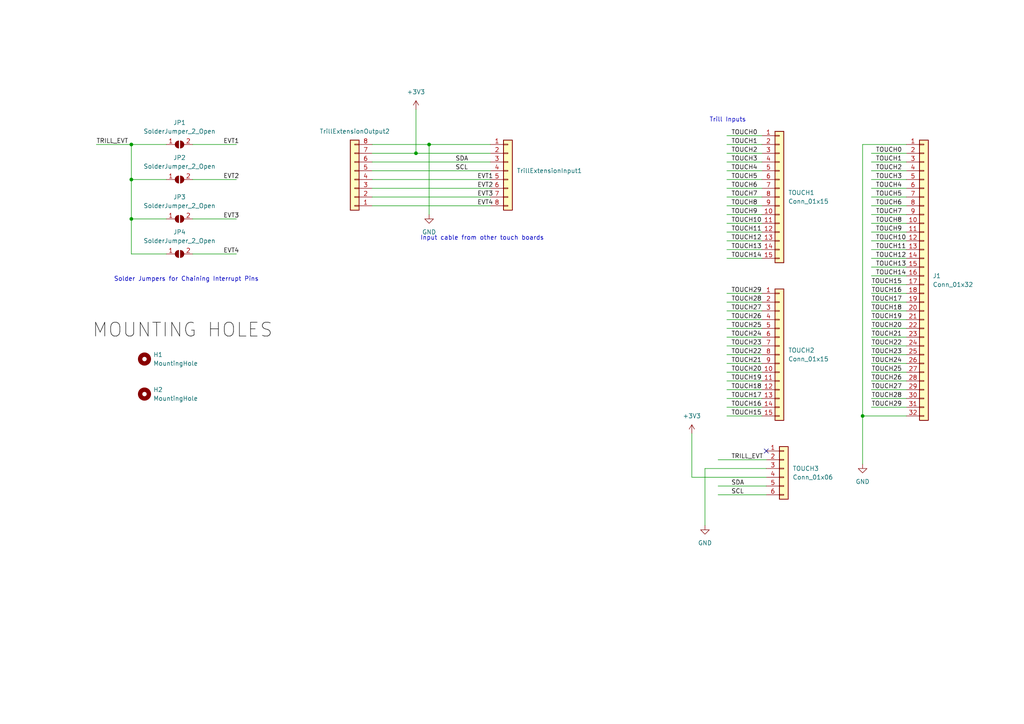
<source format=kicad_sch>
(kicad_sch (version 20230121) (generator eeschema)
  (paper "A4")
  (lib_symbols
    (symbol "Connector_Generic:Conn_01x06" (pin_names (offset 1.016) hide)
      (property "Reference" "J" (at 0 7.62 0))
      (property "Value" "Conn_01x06" (at 0 -10.16 0))
      (symbol "Conn_01x06_1_1"
        (rectangle (start -1.27 -7.493) (end 0 -7.747) (stroke (width 0.1524)))
        (rectangle (start -1.27 -4.953) (end 0 -5.207) (stroke (width 0.1524)))
        (rectangle (start -1.27 -2.413) (end 0 -2.667) (stroke (width 0.1524)))
        (rectangle (start -1.27 0.127) (end 0 -0.127) (stroke (width 0.1524)))
        (rectangle (start -1.27 2.667) (end 0 2.413) (stroke (width 0.1524)))
        (rectangle (start -1.27 5.207) (end 0 4.953) (stroke (width 0.1524)))
        (rectangle (start -1.27 6.35) (end 1.27 -8.89) (stroke (width 0.254)) (fill (type background)))
        (pin passive line (at -5.08 5.08 0) (length 3.81) (name "Pin_1") (number "1"))
        (pin passive line (at -5.08 2.54 0) (length 3.81) (name "Pin_2") (number "2"))
        (pin passive line (at -5.08 0 0) (length 3.81) (name "Pin_3") (number "3"))
        (pin passive line (at -5.08 -2.54 0) (length 3.81) (name "Pin_4") (number "4"))
        (pin passive line (at -5.08 -5.08 0) (length 3.81) (name "Pin_5") (number "5"))
        (pin passive line (at -5.08 -7.62 0) (length 3.81) (name "Pin_6") (number "6"))
      )
    )
    (symbol "Connector_Generic:Conn_01x08" (pin_names (offset 1.016) hide)
      (property "Reference" "J" (at 0 10.16 0))
      (property "Value" "Conn_01x08" (at 0 -12.7 0))
      (symbol "Conn_01x08_1_1"
        (rectangle (start -1.27 -10.033) (end 0 -10.287) (stroke (width 0.1524)))
        (rectangle (start -1.27 -7.493) (end 0 -7.747) (stroke (width 0.1524)))
        (rectangle (start -1.27 -4.953) (end 0 -5.207) (stroke (width 0.1524)))
        (rectangle (start -1.27 -2.413) (end 0 -2.667) (stroke (width 0.1524)))
        (rectangle (start -1.27 0.127) (end 0 -0.127) (stroke (width 0.1524)))
        (rectangle (start -1.27 2.667) (end 0 2.413) (stroke (width 0.1524)))
        (rectangle (start -1.27 5.207) (end 0 4.953) (stroke (width 0.1524)))
        (rectangle (start -1.27 7.747) (end 0 7.493) (stroke (width 0.1524)))
        (rectangle (start -1.27 8.89) (end 1.27 -11.43) (stroke (width 0.254)) (fill (type background)))
        (pin passive line (at -5.08 7.62 0) (length 3.81) (name "Pin_1") (number "1"))
        (pin passive line (at -5.08 5.08 0) (length 3.81) (name "Pin_2") (number "2"))
        (pin passive line (at -5.08 2.54 0) (length 3.81) (name "Pin_3") (number "3"))
        (pin passive line (at -5.08 0 0) (length 3.81) (name "Pin_4") (number "4"))
        (pin passive line (at -5.08 -2.54 0) (length 3.81) (name "Pin_5") (number "5"))
        (pin passive line (at -5.08 -5.08 0) (length 3.81) (name "Pin_6") (number "6"))
        (pin passive line (at -5.08 -7.62 0) (length 3.81) (name "Pin_7") (number "7"))
        (pin passive line (at -5.08 -10.16 0) (length 3.81) (name "Pin_8") (number "8"))
      )
    )
    (symbol "Connector_Generic:Conn_01x15" (pin_names (offset 1.016) hide)
      (property "Reference" "J" (at 0 20.32 0))
      (property "Value" "Conn_01x15" (at 0 -20.32 0))
      (symbol "Conn_01x15_1_1"
        (rectangle (start -1.27 -17.653) (end 0 -17.907) (stroke (width 0.1524)))
        (rectangle (start -1.27 -15.113) (end 0 -15.367) (stroke (width 0.1524)))
        (rectangle (start -1.27 -12.573) (end 0 -12.827) (stroke (width 0.1524)))
        (rectangle (start -1.27 -10.033) (end 0 -10.287) (stroke (width 0.1524)))
        (rectangle (start -1.27 -7.493) (end 0 -7.747) (stroke (width 0.1524)))
        (rectangle (start -1.27 -4.953) (end 0 -5.207) (stroke (width 0.1524)))
        (rectangle (start -1.27 -2.413) (end 0 -2.667) (stroke (width 0.1524)))
        (rectangle (start -1.27 0.127) (end 0 -0.127) (stroke (width 0.1524)))
        (rectangle (start -1.27 2.667) (end 0 2.413) (stroke (width 0.1524)))
        (rectangle (start -1.27 5.207) (end 0 4.953) (stroke (width 0.1524)))
        (rectangle (start -1.27 7.747) (end 0 7.493) (stroke (width 0.1524)))
        (rectangle (start -1.27 10.287) (end 0 10.033) (stroke (width 0.1524)))
        (rectangle (start -1.27 12.827) (end 0 12.573) (stroke (width 0.1524)))
        (rectangle (start -1.27 15.367) (end 0 15.113) (stroke (width 0.1524)))
        (rectangle (start -1.27 17.907) (end 0 17.653) (stroke (width 0.1524)))
        (rectangle (start -1.27 19.05) (end 1.27 -19.05) (stroke (width 0.254)) (fill (type background)))
        (pin passive line (at -5.08 17.78 0) (length 3.81) (name "Pin_1") (number "1"))
        (pin passive line (at -5.08 -5.08 0) (length 3.81) (name "Pin_10") (number "10"))
        (pin passive line (at -5.08 -7.62 0) (length 3.81) (name "Pin_11") (number "11"))
        (pin passive line (at -5.08 -10.16 0) (length 3.81) (name "Pin_12") (number "12"))
        (pin passive line (at -5.08 -12.7 0) (length 3.81) (name "Pin_13") (number "13"))
        (pin passive line (at -5.08 -15.24 0) (length 3.81) (name "Pin_14") (number "14"))
        (pin passive line (at -5.08 -17.78 0) (length 3.81) (name "Pin_15") (number "15"))
        (pin passive line (at -5.08 15.24 0) (length 3.81) (name "Pin_2") (number "2"))
        (pin passive line (at -5.08 12.7 0) (length 3.81) (name "Pin_3") (number "3"))
        (pin passive line (at -5.08 10.16 0) (length 3.81) (name "Pin_4") (number "4"))
        (pin passive line (at -5.08 7.62 0) (length 3.81) (name "Pin_5") (number "5"))
        (pin passive line (at -5.08 5.08 0) (length 3.81) (name "Pin_6") (number "6"))
        (pin passive line (at -5.08 2.54 0) (length 3.81) (name "Pin_7") (number "7"))
        (pin passive line (at -5.08 0 0) (length 3.81) (name "Pin_8") (number "8"))
        (pin passive line (at -5.08 -2.54 0) (length 3.81) (name "Pin_9") (number "9"))
      )
    )
    (symbol "Connector_Generic:Conn_01x32" (pin_names (offset 1.016) hide)
      (property "Reference" "J" (at 0 40.64 0))
      (property "Value" "Conn_01x32" (at 0 -43.18 0))
      (symbol "Conn_01x32_1_1"
        (rectangle (start -1.27 -40.513) (end 0 -40.767) (stroke (width 0.1524)))
        (rectangle (start -1.27 -37.973) (end 0 -38.227) (stroke (width 0.1524)))
        (rectangle (start -1.27 -35.433) (end 0 -35.687) (stroke (width 0.1524)))
        (rectangle (start -1.27 -32.893) (end 0 -33.147) (stroke (width 0.1524)))
        (rectangle (start -1.27 -30.353) (end 0 -30.607) (stroke (width 0.1524)))
        (rectangle (start -1.27 -27.813) (end 0 -28.067) (stroke (width 0.1524)))
        (rectangle (start -1.27 -25.273) (end 0 -25.527) (stroke (width 0.1524)))
        (rectangle (start -1.27 -22.733) (end 0 -22.987) (stroke (width 0.1524)))
        (rectangle (start -1.27 -20.193) (end 0 -20.447) (stroke (width 0.1524)))
        (rectangle (start -1.27 -17.653) (end 0 -17.907) (stroke (width 0.1524)))
        (rectangle (start -1.27 -15.113) (end 0 -15.367) (stroke (width 0.1524)))
        (rectangle (start -1.27 -12.573) (end 0 -12.827) (stroke (width 0.1524)))
        (rectangle (start -1.27 -10.033) (end 0 -10.287) (stroke (width 0.1524)))
        (rectangle (start -1.27 -7.493) (end 0 -7.747) (stroke (width 0.1524)))
        (rectangle (start -1.27 -4.953) (end 0 -5.207) (stroke (width 0.1524)))
        (rectangle (start -1.27 -2.413) (end 0 -2.667) (stroke (width 0.1524)))
        (rectangle (start -1.27 0.127) (end 0 -0.127) (stroke (width 0.1524)))
        (rectangle (start -1.27 2.667) (end 0 2.413) (stroke (width 0.1524)))
        (rectangle (start -1.27 5.207) (end 0 4.953) (stroke (width 0.1524)))
        (rectangle (start -1.27 7.747) (end 0 7.493) (stroke (width 0.1524)))
        (rectangle (start -1.27 10.287) (end 0 10.033) (stroke (width 0.1524)))
        (rectangle (start -1.27 12.827) (end 0 12.573) (stroke (width 0.1524)))
        (rectangle (start -1.27 15.367) (end 0 15.113) (stroke (width 0.1524)))
        (rectangle (start -1.27 17.907) (end 0 17.653) (stroke (width 0.1524)))
        (rectangle (start -1.27 20.447) (end 0 20.193) (stroke (width 0.1524)))
        (rectangle (start -1.27 22.987) (end 0 22.733) (stroke (width 0.1524)))
        (rectangle (start -1.27 25.527) (end 0 25.273) (stroke (width 0.1524)))
        (rectangle (start -1.27 28.067) (end 0 27.813) (stroke (width 0.1524)))
        (rectangle (start -1.27 30.607) (end 0 30.353) (stroke (width 0.1524)))
        (rectangle (start -1.27 33.147) (end 0 32.893) (stroke (width 0.1524)))
        (rectangle (start -1.27 35.687) (end 0 35.433) (stroke (width 0.1524)))
        (rectangle (start -1.27 38.227) (end 0 37.973) (stroke (width 0.1524)))
        (rectangle (start -1.27 39.37) (end 1.27 -41.91) (stroke (width 0.254)) (fill (type background)))
        (pin passive line (at -5.08 38.1 0) (length 3.81) (name "Pin_1") (number "1"))
        (pin passive line (at -5.08 15.24 0) (length 3.81) (name "Pin_10") (number "10"))
        (pin passive line (at -5.08 12.7 0) (length 3.81) (name "Pin_11") (number "11"))
        (pin passive line (at -5.08 10.16 0) (length 3.81) (name "Pin_12") (number "12"))
        (pin passive line (at -5.08 7.62 0) (length 3.81) (name "Pin_13") (number "13"))
        (pin passive line (at -5.08 5.08 0) (length 3.81) (name "Pin_14") (number "14"))
        (pin passive line (at -5.08 2.54 0) (length 3.81) (name "Pin_15") (number "15"))
        (pin passive line (at -5.08 0 0) (length 3.81) (name "Pin_16") (number "16"))
        (pin passive line (at -5.08 -2.54 0) (length 3.81) (name "Pin_17") (number "17"))
        (pin passive line (at -5.08 -5.08 0) (length 3.81) (name "Pin_18") (number "18"))
        (pin passive line (at -5.08 -7.62 0) (length 3.81) (name "Pin_19") (number "19"))
        (pin passive line (at -5.08 35.56 0) (length 3.81) (name "Pin_2") (number "2"))
        (pin passive line (at -5.08 -10.16 0) (length 3.81) (name "Pin_20") (number "20"))
        (pin passive line (at -5.08 -12.7 0) (length 3.81) (name "Pin_21") (number "21"))
        (pin passive line (at -5.08 -15.24 0) (length 3.81) (name "Pin_22") (number "22"))
        (pin passive line (at -5.08 -17.78 0) (length 3.81) (name "Pin_23") (number "23"))
        (pin passive line (at -5.08 -20.32 0) (length 3.81) (name "Pin_24") (number "24"))
        (pin passive line (at -5.08 -22.86 0) (length 3.81) (name "Pin_25") (number "25"))
        (pin passive line (at -5.08 -25.4 0) (length 3.81) (name "Pin_26") (number "26"))
        (pin passive line (at -5.08 -27.94 0) (length 3.81) (name "Pin_27") (number "27"))
        (pin passive line (at -5.08 -30.48 0) (length 3.81) (name "Pin_28") (number "28"))
        (pin passive line (at -5.08 -33.02 0) (length 3.81) (name "Pin_29") (number "29"))
        (pin passive line (at -5.08 33.02 0) (length 3.81) (name "Pin_3") (number "3"))
        (pin passive line (at -5.08 -35.56 0) (length 3.81) (name "Pin_30") (number "30"))
        (pin passive line (at -5.08 -38.1 0) (length 3.81) (name "Pin_31") (number "31"))
        (pin passive line (at -5.08 -40.64 0) (length 3.81) (name "Pin_32") (number "32"))
        (pin passive line (at -5.08 30.48 0) (length 3.81) (name "Pin_4") (number "4"))
        (pin passive line (at -5.08 27.94 0) (length 3.81) (name "Pin_5") (number "5"))
        (pin passive line (at -5.08 25.4 0) (length 3.81) (name "Pin_6") (number "6"))
        (pin passive line (at -5.08 22.86 0) (length 3.81) (name "Pin_7") (number "7"))
        (pin passive line (at -5.08 20.32 0) (length 3.81) (name "Pin_8") (number "8"))
        (pin passive line (at -5.08 17.78 0) (length 3.81) (name "Pin_9") (number "9"))
      )
    )
    (symbol "Jumper:SolderJumper_2_Open" (pin_names (offset 0) hide)
      (property "Reference" "JP" (at 0 2.032 0))
      (property "Value" "SolderJumper_2_Open" (at 0 -2.54 0))
      (symbol "SolderJumper_2_Open_0_1"
        (arc (start -0.254 1.016) (mid -1.2656 0) (end -0.254 -1.016))
        (arc (start -0.254 1.016) (mid -1.2656 0) (end -0.254 -1.016) (fill (type outline)))
        (polyline (pts (xy -0.254 1.016) (xy -0.254 -1.016)))
        (polyline (pts (xy 0.254 1.016) (xy 0.254 -1.016)))
        (arc (start 0.254 -1.016) (mid 1.2656 0) (end 0.254 1.016))
        (arc (start 0.254 -1.016) (mid 1.2656 0) (end 0.254 1.016) (fill (type outline)))
      )
      (symbol "SolderJumper_2_Open_1_1"
        (pin passive line (at -3.81 0 0) (length 2.54) (name "A") (number "1"))
        (pin passive line (at 3.81 0 180) (length 2.54) (name "B") (number "2"))
      )
    )
    (symbol "Mechanical:MountingHole" (pin_names (offset 1.016))
      (property "Reference" "H" (at 0 5.08 0))
      (property "Value" "MountingHole" (at 0 3.175 0))
      (symbol "MountingHole_0_1"
        (circle (center 0 0) (radius 1.27) (stroke (width 1.27)))
      )
    )
    (symbol "power:+3V3" (power) (pin_names (offset 0))
      (property "Value" "+3V3" (at 0 3.556 0))
      (symbol "+3V3_0_1"
        (polyline (pts (xy -0.762 1.27) (xy 0 2.54)))
        (polyline (pts (xy 0 0) (xy 0 2.54)))
        (polyline (pts (xy 0 2.54) (xy 0.762 1.27)))
      )
      (symbol "+3V3_1_1"
        (pin power_in line (at 0 0 90) (length 0) hide (name "+3V3") (number "1"))
      )
    )
    (symbol "power:GND" (power) (pin_names (offset 0))
      (property "Value" "GND" (at 0 -3.81 0))
      (symbol "GND_0_1"
        (polyline (pts (xy 0 0) (xy 0 -1.27) (xy 1.27 -1.27) (xy 0 -2.54) (xy -1.27 -1.27) (xy 0 -1.27)))
      )
      (symbol "GND_1_1"
        (pin power_in line (at 0 0 270) (length 0) hide (name "GND") (number "1"))
      )
    )
  )
  (junction (at 38.1 41.91))
  (junction (at 38.1 52.07))
  (junction (at 250.19 120.65))
  (junction (at 124.46 41.91))
  (junction (at 120.65 44.45))
  (junction (at 38.1 63.5))
  (no_connect (at 222.25 130.81))
  (wire (pts (xy 262.89 90.17) (xy 252.73 90.17)))
  (wire (pts (xy 252.73 80.01) (xy 262.89 80.01)))
  (wire (pts (xy 210.82 113.03) (xy 220.98 113.03)))
  (wire (pts (xy 252.73 44.45) (xy 262.89 44.45)))
  (wire (pts (xy 262.89 92.71) (xy 252.73 92.71)))
  (wire (pts (xy 262.89 115.57) (xy 252.73 115.57)))
  (wire (pts (xy 252.73 46.99) (xy 262.89 46.99)))
  (wire (pts (xy 48.26 63.5) (xy 38.1 63.5)))
  (wire (pts (xy 262.89 41.91) (xy 250.19 41.91)))
  (wire (pts (xy 252.73 52.07) (xy 262.89 52.07)))
  (wire (pts (xy 38.1 41.91) (xy 48.26 41.91)))
  (wire (pts (xy 262.89 113.03) (xy 252.73 113.03)))
  (wire (pts (xy 210.82 46.99) (xy 220.98 46.99)))
  (wire (pts (xy 107.95 52.07) (xy 142.24 52.07)))
  (wire (pts (xy 250.19 120.65) (xy 250.19 134.62)))
  (wire (pts (xy 107.95 41.91) (xy 124.46 41.91)))
  (wire (pts (xy 38.1 41.91) (xy 38.1 52.07)))
  (wire (pts (xy 262.89 100.33) (xy 252.73 100.33)))
  (wire (pts (xy 252.73 49.53) (xy 262.89 49.53)))
  (wire (pts (xy 210.82 41.91) (xy 220.98 41.91)))
  (wire (pts (xy 124.46 41.91) (xy 142.24 41.91)))
  (wire (pts (xy 200.66 125.73) (xy 200.66 138.43)))
  (wire (pts (xy 252.73 59.69) (xy 262.89 59.69)))
  (wire (pts (xy 252.73 57.15) (xy 262.89 57.15)))
  (wire (pts (xy 210.82 49.53) (xy 220.98 49.53)))
  (wire (pts (xy 210.82 105.41) (xy 220.98 105.41)))
  (wire (pts (xy 210.82 87.63) (xy 220.98 87.63)))
  (wire (pts (xy 48.26 73.66) (xy 38.1 73.66)))
  (wire (pts (xy 38.1 63.5) (xy 38.1 73.66)))
  (wire (pts (xy 252.73 54.61) (xy 262.89 54.61)))
  (wire (pts (xy 262.89 85.09) (xy 252.73 85.09)))
  (wire (pts (xy 210.82 64.77) (xy 220.98 64.77)))
  (wire (pts (xy 210.82 59.69) (xy 220.98 59.69)))
  (wire (pts (xy 27.94 41.91) (xy 38.1 41.91)))
  (wire (pts (xy 210.82 110.49) (xy 220.98 110.49)))
  (wire (pts (xy 210.82 92.71) (xy 220.98 92.71)))
  (wire (pts (xy 252.73 77.47) (xy 262.89 77.47)))
  (wire (pts (xy 120.65 31.75) (xy 120.65 44.45)))
  (wire (pts (xy 55.88 52.07) (xy 68.58 52.07)))
  (wire (pts (xy 252.73 62.23) (xy 262.89 62.23)))
  (wire (pts (xy 204.47 135.89) (xy 204.47 152.4)))
  (wire (pts (xy 262.89 97.79) (xy 252.73 97.79)))
  (wire (pts (xy 210.82 85.09) (xy 220.98 85.09)))
  (wire (pts (xy 107.95 44.45) (xy 120.65 44.45)))
  (wire (pts (xy 55.88 41.91) (xy 68.58 41.91)))
  (wire (pts (xy 208.28 140.97) (xy 222.25 140.97)))
  (wire (pts (xy 107.95 57.15) (xy 142.24 57.15)))
  (wire (pts (xy 262.89 110.49) (xy 252.73 110.49)))
  (wire (pts (xy 262.89 82.55) (xy 252.73 82.55)))
  (wire (pts (xy 38.1 52.07) (xy 38.1 63.5)))
  (wire (pts (xy 262.89 118.11) (xy 252.73 118.11)))
  (wire (pts (xy 262.89 107.95) (xy 252.73 107.95)))
  (wire (pts (xy 210.82 39.37) (xy 220.98 39.37)))
  (wire (pts (xy 48.26 52.07) (xy 38.1 52.07)))
  (wire (pts (xy 210.82 72.39) (xy 220.98 72.39)))
  (wire (pts (xy 250.19 41.91) (xy 250.19 120.65)))
  (wire (pts (xy 107.95 49.53) (xy 142.24 49.53)))
  (wire (pts (xy 262.89 102.87) (xy 252.73 102.87)))
  (wire (pts (xy 262.89 105.41) (xy 252.73 105.41)))
  (wire (pts (xy 210.82 118.11) (xy 220.98 118.11)))
  (wire (pts (xy 210.82 62.23) (xy 220.98 62.23)))
  (wire (pts (xy 208.28 133.35) (xy 222.25 133.35)))
  (wire (pts (xy 210.82 74.93) (xy 220.98 74.93)))
  (wire (pts (xy 55.88 73.66) (xy 68.58 73.66)))
  (wire (pts (xy 252.73 72.39) (xy 262.89 72.39)))
  (wire (pts (xy 210.82 102.87) (xy 220.98 102.87)))
  (wire (pts (xy 210.82 44.45) (xy 220.98 44.45)))
  (wire (pts (xy 210.82 69.85) (xy 220.98 69.85)))
  (wire (pts (xy 210.82 120.65) (xy 220.98 120.65)))
  (wire (pts (xy 252.73 67.31) (xy 262.89 67.31)))
  (wire (pts (xy 200.66 138.43) (xy 222.25 138.43)))
  (wire (pts (xy 210.82 67.31) (xy 220.98 67.31)))
  (wire (pts (xy 120.65 44.45) (xy 142.24 44.45)))
  (wire (pts (xy 210.82 115.57) (xy 220.98 115.57)))
  (wire (pts (xy 107.95 46.99) (xy 142.24 46.99)))
  (wire (pts (xy 55.88 63.5) (xy 68.58 63.5)))
  (wire (pts (xy 210.82 95.25) (xy 220.98 95.25)))
  (wire (pts (xy 107.95 54.61) (xy 142.24 54.61)))
  (wire (pts (xy 262.89 87.63) (xy 252.73 87.63)))
  (wire (pts (xy 204.47 135.89) (xy 222.25 135.89)))
  (wire (pts (xy 210.82 52.07) (xy 220.98 52.07)))
  (wire (pts (xy 210.82 100.33) (xy 220.98 100.33)))
  (wire (pts (xy 210.82 97.79) (xy 220.98 97.79)))
  (wire (pts (xy 208.28 143.51) (xy 222.25 143.51)))
  (wire (pts (xy 107.95 59.69) (xy 142.24 59.69)))
  (wire (pts (xy 252.73 74.93) (xy 262.89 74.93)))
  (wire (pts (xy 210.82 107.95) (xy 220.98 107.95)))
  (wire (pts (xy 252.73 64.77) (xy 262.89 64.77)))
  (wire (pts (xy 210.82 57.15) (xy 220.98 57.15)))
  (wire (pts (xy 124.46 41.91) (xy 124.46 62.23)))
  (wire (pts (xy 250.19 120.65) (xy 262.89 120.65)))
  (wire (pts (xy 252.73 69.85) (xy 262.89 69.85)))
  (wire (pts (xy 210.82 54.61) (xy 220.98 54.61)))
  (wire (pts (xy 262.89 95.25) (xy 252.73 95.25)))
  (wire (pts (xy 210.82 90.17) (xy 220.98 90.17)))
  (text "Trill Inputs" (at 205.74 35.56 0) (effects (font (size 1.27 1.27)) (justify left bottom)))
  (text "Input cable from other touch boards\n" (at 121.92 69.85 0) (effects (font (size 1.27 1.27)) (justify left bottom)))
  (text "Solder Jumpers for Chaining Interrupt Pins\n\n" (at 33.02 83.82 0) (effects (font (size 1.27 1.27)) (justify left bottom)))
  (label "SCL" (at 212.09 143.51 0))
  (label "TOUCH13" (at 254 77.47 0))
  (label "TOUCH0" (at 254 44.45 0))
  (label "SDA" (at 132.08 46.99 0))
  (label "TOUCH26" (at 212.09 92.71 0))
  (label "TOUCH15" (at 261.62 82.55 180))
  (label "TOUCH24" (at 212.09 97.79 0))
  (label "TRILL_EVT" (at 212.09 133.35 0))
  (label "TOUCH3" (at 212.09 46.99 0))
  (label "TOUCH19" (at 212.09 110.49 0))
  (label "TOUCH16" (at 212.09 118.11 0))
  (label "MOUNTING HOLES" (at 26.67 99.06 0) (effects (font (size 4 4))))
  (label "TOUCH4" (at 212.09 49.53 0))
  (label "TOUCH23" (at 212.09 100.33 0))
  (label "TOUCH4" (at 254 54.61 0))
  (label "TOUCH11" (at 254 72.39 0))
  (label "TOUCH11" (at 212.09 67.31 0))
  (label "TOUCH21" (at 212.09 105.41 0))
  (label "EVT4" (at 138.43 59.69 0))
  (label "TOUCH5" (at 212.09 52.07 0))
  (label "TOUCH6" (at 212.09 54.61 0))
  (label "EVT4" (at 64.77 73.66 0))
  (label "TOUCH2" (at 212.09 44.45 0))
  (label "TOUCH15" (at 212.09 120.65 0))
  (label "TOUCH7" (at 212.09 57.15 0))
  (label "TOUCH1" (at 212.09 41.91 0))
  (label "TOUCH14" (at 254 80.01 0))
  (label "TOUCH12" (at 212.09 69.85 0))
  (label "TOUCH23" (at 261.62 102.87 180))
  (label "TOUCH21" (at 261.62 97.79 180))
  (label "TOUCH9" (at 254 67.31 0))
  (label "TOUCH20" (at 212.09 107.95 0))
  (label "TOUCH7" (at 254 62.23 0))
  (label "TOUCH18" (at 261.62 90.17 180))
  (label "EVT3" (at 138.43 57.15 0))
  (label "TOUCH22" (at 261.62 100.33 180))
  (label "TOUCH26" (at 261.62 110.49 180))
  (label "TOUCH0" (at 212.09 39.37 0))
  (label "TOUCH19" (at 261.62 92.71 180))
  (label "EVT3" (at 64.77 63.5 0))
  (label "TOUCH28" (at 212.09 87.63 0))
  (label "TOUCH22" (at 212.09 102.87 0))
  (label "EVT1" (at 64.77 41.91 0))
  (label "TOUCH2" (at 254 49.53 0))
  (label "EVT1" (at 138.43 52.07 0))
  (label "TOUCH29" (at 261.62 118.11 180))
  (label "TOUCH25" (at 261.62 107.95 180))
  (label "EVT2" (at 138.43 54.61 0))
  (label "TOUCH5" (at 254 57.15 0))
  (label "TRILL_EVT" (at 27.94 41.91 0))
  (label "TOUCH8" (at 212.09 59.69 0))
  (label "TOUCH29" (at 212.09 85.09 0))
  (label "TOUCH28" (at 261.62 115.57 180))
  (label "TOUCH17" (at 261.62 87.63 180))
  (label "TOUCH13" (at 212.09 72.39 0))
  (label "SDA" (at 212.09 140.97 0))
  (label "TOUCH24" (at 261.62 105.41 180))
  (label "TOUCH14" (at 212.09 74.93 0))
  (label "TOUCH10" (at 212.09 64.77 0))
  (label "EVT2" (at 64.77 52.07 0))
  (label "TOUCH17" (at 212.09 115.57 0))
  (label "TOUCH25" (at 212.09 95.25 0))
  (label "TOUCH9" (at 212.09 62.23 0))
  (label "TOUCH27" (at 212.09 90.17 0))
  (label "TOUCH10" (at 254 69.85 0))
  (label "TOUCH12" (at 254 74.93 0))
  (label "TOUCH1" (at 254 46.99 0))
  (label "TOUCH27" (at 261.62 113.03 180))
  (label "TOUCH8" (at 254 64.77 0))
  (label "TOUCH3" (at 254 52.07 0))
  (label "TOUCH20" (at 261.62 95.25 180))
  (label "TOUCH18" (at 212.09 113.03 0))
  (label "SCL" (at 132.08 49.53 0))
  (label "TOUCH16" (at 261.62 85.09 180))
  (label "TOUCH6" (at 254 59.69 0))
  (symbol (lib_id "Connector_Generic:Conn_01x06") (at 227.33 135.89 0) (unit 1)
    (property "Reference" "TOUCH3" (at 229.87 135.89 0) (effects (justify left)))
    (property "Value" "Conn_01x06" (at 229.87 138.43 0) (effects (justify left)))
    (property "Footprint" "Connector_PinHeader_2.54mm:PinHeader_1x06_P2.54mm_Vertical_SMD_Pin1Left" (effects hide))
    (property "Description Value Pkg" "6 Position Receptacle, Pass Through Connector 0.100\" (2.54mm) Surface Mount Gold" (effects hide))
    (property "Mfg Part #" "SSM-106-L-SV" (effects hide))
    (property "Digikey Part #" "SAM1148-06-ND" (effects hide))
  )
  (symbol (lib_id "Mechanical:MountingHole") (at 41.91 104.14 0) (unit 1) (in_bom no)
    (property "Reference" "H1" (at 44.45 102.87 0) (effects (justify left)))
    (property "Value" "MountingHole" (at 44.45 105.41 0) (effects (justify left)))
    (property "Footprint" "MountingHole:MountingHole_3.2mm_M3_DIN965" (effects hide))
  )
  (symbol (lib_id "Jumper:SolderJumper_2_Open") (at 52.07 41.91 0) (unit 1) (in_bom no)
    (property "Reference" "JP1" (at 52.07 35.56 0))
    (property "Value" "SolderJumper_2_Open" (at 52.07 38.1 0))
    (property "Footprint" "Jumper:SolderJumper-2_P1.3mm_Open_RoundedPad1.0x1.5mm" (effects hide))
  )
  (symbol (lib_id "Jumper:SolderJumper_2_Open") (at 52.07 73.66 0) (unit 1) (in_bom no)
    (property "Reference" "JP4" (at 52.07 67.31 0))
    (property "Value" "SolderJumper_2_Open" (at 52.07 69.85 0))
    (property "Footprint" "Jumper:SolderJumper-2_P1.3mm_Open_RoundedPad1.0x1.5mm" (effects hide))
  )
  (symbol (lib_id "Connector_Generic:Conn_01x32") (at 267.97 80.01 0) (unit 1)
    (property "Reference" "J1" (at 270.51 80.01 0) (effects (justify left)))
    (property "Value" "Conn_01x32" (at 270.51 82.55 0) (effects (justify left)))
    (property "Footprint" "molex_ffc_footprints:CON_541323262_MOL" (effects hide))
    (property "Description Value Pkg" "32 Position FFC, FPC Connector Contacts, Bottom 0.020\" (0.50mm) Surface Mount, Right Angle" (effects hide))
    (property "Mfg Part #" "0541323262" (effects hide))
    (property "Digikey Part #" "900-0541323262CT-ND" (effects hide))
  )
  (symbol (lib_id "Mechanical:MountingHole") (at 41.91 114.3 0) (unit 1) (in_bom no)
    (property "Reference" "H2" (at 44.45 113.03 0) (effects (justify left)))
    (property "Value" "MountingHole" (at 44.45 115.57 0) (effects (justify left)))
    (property "Footprint" "MountingHole:MountingHole_3.2mm_M3_DIN965" (effects hide))
  )
  (symbol (lib_id "power:+3V3") (at 120.65 31.75 0) (unit 1)
    (property "Reference" "#PWR04" (effects hide))
    (property "Value" "+3V3" (at 120.65 26.67 0))
  )
  (symbol (lib_id "Connector_Generic:Conn_01x15") (at 226.06 102.87 0) (unit 1)
    (property "Reference" "TOUCH2" (at 228.6 101.6 0) (effects (justify left)))
    (property "Value" "Conn_01x15" (at 228.6 104.14 0) (effects (justify left)))
    (property "Footprint" "Connector_PinHeader_2.54mm:PinHeader_1x15_P2.54mm_Vertical_SMD_Pin1Left" (effects hide))
    (property "Description Value Pkg" "15 Position Receptacle, Pass Through Connector 0.100\" (2.54mm) Surface Mount Gold" (effects hide))
    (property "Mfg Part #" "SSM-115-L-SV" (effects hide))
    (property "Digikey Part #" "SAM1148-15-ND" (effects hide))
  )
  (symbol (lib_id "power:GND") (at 124.46 62.23 0) (unit 1)
    (property "Reference" "#PWR03" (effects hide))
    (property "Value" "GND" (at 124.46 67.31 0))
  )
  (symbol (lib_id "Connector_Generic:Conn_01x08") (at 102.87 52.07 180) (unit 1)
    (property "Reference" "TrillExtensionOutput2" (at 102.87 38.1 0))
    (property "Value" "Conn_01x08" (effects hide))
    (property "Footprint" "Connector_JST:JST_SHL_SM08B-SHLS-TF_1x08-1MP_P1.00mm_Horizontal" (effects hide))
    (property "Digikey Part #" "455-3960-1-ND" (effects hide))
    (property "Description Value Pkg" "Connector Header Surface Mount, Right Angle 8 position 0.039\" (1.00mm)" (effects hide))
    (property "Mfg Part #" "SM08B-SHLS-TF" (effects hide))
  )
  (symbol (lib_id "power:GND") (at 204.47 152.4 0) (unit 1)
    (property "Reference" "#PWR01" (effects hide))
    (property "Value" "GND" (at 204.47 157.48 0))
  )
  (symbol (lib_id "Connector_Generic:Conn_01x15") (at 226.06 57.15 0) (unit 1)
    (property "Reference" "TOUCH1" (at 228.6 55.88 0) (effects (justify left)))
    (property "Value" "Conn_01x15" (at 228.6 58.42 0) (effects (justify left)))
    (property "Footprint" "Connector_PinHeader_2.54mm:PinHeader_1x15_P2.54mm_Vertical_SMD_Pin1Left" (effects hide))
    (property "Description Value Pkg" "15 Position Receptacle, Pass Through Connector 0.100\" (2.54mm) Surface Mount Gold" (effects hide))
    (property "Mfg Part #" "SSM-115-L-SV" (effects hide))
    (property "Digikey Part #" "SAM1148-15-ND" (effects hide))
  )
  (symbol (lib_id "Jumper:SolderJumper_2_Open") (at 52.07 52.07 0) (unit 1) (in_bom no)
    (property "Reference" "JP2" (at 52.07 45.72 0))
    (property "Value" "SolderJumper_2_Open" (at 52.07 48.26 0))
    (property "Footprint" "Jumper:SolderJumper-2_P1.3mm_Open_RoundedPad1.0x1.5mm" (effects hide))
  )
  (symbol (lib_id "Connector_Generic:Conn_01x08") (at 147.32 49.53 0) (unit 1)
    (property "Reference" "TrillExtensionInput1" (at 149.86 49.53 0) (effects (justify left)))
    (property "Value" "Conn_01x08" (effects hide))
    (property "Footprint" "Connector_JST:JST_SHL_SM08B-SHLS-TF_1x08-1MP_P1.00mm_Horizontal" (effects hide))
    (property "Digikey Part #" "455-3960-1-ND" (effects hide))
    (property "Description Value Pkg" "Connector Header Surface Mount, Right Angle 8 position 0.039\" (1.00mm)" (effects hide))
    (property "Mfg Part #" "SM08B-SHLS-TF" (effects hide))
  )
  (symbol (lib_id "Jumper:SolderJumper_2_Open") (at 52.07 63.5 0) (unit 1) (in_bom no)
    (property "Reference" "JP3" (at 52.07 57.15 0))
    (property "Value" "SolderJumper_2_Open" (at 52.07 59.69 0))
    (property "Footprint" "Jumper:SolderJumper-2_P1.3mm_Open_RoundedPad1.0x1.5mm" (effects hide))
  )
  (symbol (lib_id "power:+3V3") (at 200.66 125.73 0) (unit 1)
    (property "Reference" "#PWR02" (effects hide))
    (property "Value" "+3V3" (at 200.66 120.65 0))
  )
  (symbol (lib_id "power:GND") (at 250.19 134.62 0) (unit 1)
    (property "Reference" "#PWR07" (effects hide))
    (property "Value" "GND" (at 250.19 139.7 0))
  )
)
</source>
